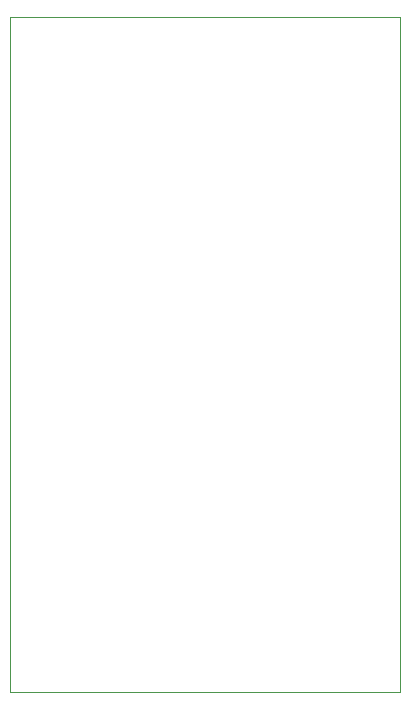
<source format=gbr>
%TF.GenerationSoftware,KiCad,Pcbnew,7.0.9*%
%TF.CreationDate,2023-12-24T18:40:11+00:00*%
%TF.ProjectId,GPIO2HUB75,4750494f-3248-4554-9237-352e6b696361,rev?*%
%TF.SameCoordinates,Original*%
%TF.FileFunction,Profile,NP*%
%FSLAX46Y46*%
G04 Gerber Fmt 4.6, Leading zero omitted, Abs format (unit mm)*
G04 Created by KiCad (PCBNEW 7.0.9) date 2023-12-24 18:40:11*
%MOMM*%
%LPD*%
G01*
G04 APERTURE LIST*
%TA.AperFunction,Profile*%
%ADD10C,0.100000*%
%TD*%
G04 APERTURE END LIST*
D10*
X93980000Y-50800000D02*
X93980000Y-48260000D01*
X127000000Y-48260000D02*
X127000000Y-50800000D01*
X93980000Y-104140000D02*
X93980000Y-105410000D01*
X127000000Y-104140000D02*
X127000000Y-105410000D01*
X93980000Y-48260000D02*
X127000000Y-48260000D01*
X93980000Y-104140000D02*
X93980000Y-50800000D01*
X127000000Y-105410000D02*
X93980000Y-105410000D01*
X127000000Y-50800000D02*
X127000000Y-104140000D01*
M02*

</source>
